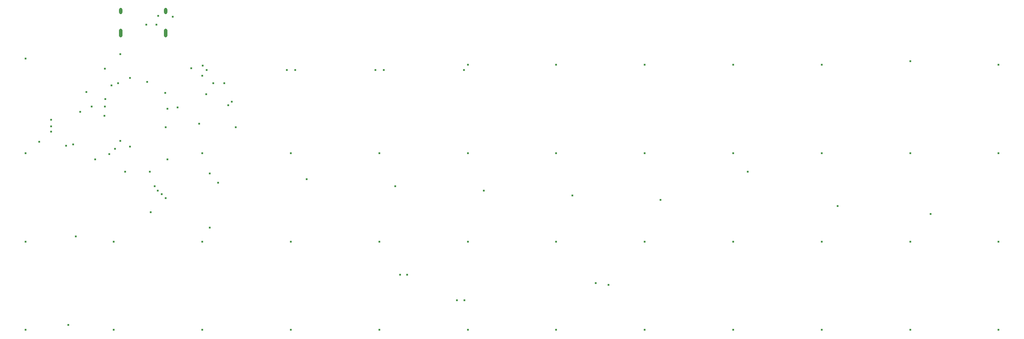
<source format=gbr>
%TF.GenerationSoftware,KiCad,Pcbnew,(6.0.4-0)*%
%TF.CreationDate,2023-09-21T22:36:32-05:00*%
%TF.ProjectId,dogema48_cfx,646f6765-6d61-4343-985f-6366782e6b69,rev?*%
%TF.SameCoordinates,Original*%
%TF.FileFunction,Plated,1,2,PTH,Mixed*%
%TF.FilePolarity,Positive*%
%FSLAX46Y46*%
G04 Gerber Fmt 4.6, Leading zero omitted, Abs format (unit mm)*
G04 Created by KiCad (PCBNEW (6.0.4-0)) date 2023-09-21 22:36:32*
%MOMM*%
%LPD*%
G01*
G04 APERTURE LIST*
%TA.AperFunction,ViaDrill*%
%ADD10C,0.400000*%
%TD*%
G04 aperture for slot hole*
%TA.AperFunction,ComponentDrill*%
%ADD11O,0.600000X1.200000*%
%TD*%
G04 aperture for slot hole*
%TA.AperFunction,ComponentDrill*%
%ADD12O,0.600000X1.700000*%
%TD*%
G04 APERTURE END LIST*
D10*
X88541625Y-43208313D03*
X88541625Y-60208305D03*
X88541625Y-77208297D03*
X88600000Y-25000000D03*
X91149961Y-41024385D03*
X93498972Y-38052997D03*
X93498972Y-39052500D03*
X93499956Y-36833316D03*
X96333288Y-41791647D03*
X96792101Y-76250444D03*
X97749954Y-41574981D03*
X98208767Y-59250452D03*
X99060000Y-35242500D03*
X100262268Y-31487670D03*
X101299500Y-34290000D03*
X101917500Y-44425479D03*
X103703597Y-36061495D03*
X103800000Y-27000000D03*
X103800000Y-34224500D03*
X103900000Y-32775500D03*
X104626176Y-43415420D03*
X105049454Y-30220001D03*
X105541617Y-60208305D03*
X105541617Y-77208297D03*
X105759679Y-42353691D03*
X106356406Y-29790789D03*
X106760000Y-24220000D03*
X106800000Y-40885500D03*
X107666616Y-46749978D03*
X108599945Y-28775500D03*
X108600000Y-42000000D03*
X111750000Y-18500000D03*
X111938982Y-29500000D03*
X112425408Y-46749978D03*
X112624947Y-54541641D03*
X113400000Y-49600000D03*
X113750000Y-18500000D03*
X113954424Y-50431636D03*
X114041613Y-16775500D03*
X114749946Y-51131136D03*
X115400000Y-31614500D03*
X115461122Y-51833443D03*
X115474446Y-38249982D03*
X115800000Y-44400000D03*
X115838365Y-34638365D03*
X116874945Y-16999992D03*
X117760089Y-34400000D03*
X120416610Y-26916654D03*
X121934486Y-37521348D03*
X122541609Y-28333320D03*
X122541609Y-43208313D03*
X122541609Y-60208305D03*
X122541609Y-77208297D03*
X122600000Y-26400000D03*
X123249942Y-31874985D03*
X123400000Y-27200000D03*
X123958275Y-47100980D03*
X123958275Y-57524651D03*
X124666608Y-29749986D03*
X125600000Y-48899500D03*
X126791607Y-29749986D03*
X127499940Y-33999984D03*
X128208273Y-33291651D03*
X128916606Y-38249982D03*
X138800000Y-27200000D03*
X139541601Y-43208313D03*
X139541601Y-60208305D03*
X139541601Y-77208297D03*
X140400000Y-27200000D03*
X142600000Y-48200000D03*
X155800000Y-27200000D03*
X156541593Y-43208313D03*
X156541593Y-60208305D03*
X156541593Y-77208297D03*
X157400000Y-27200000D03*
X159600000Y-49600000D03*
X160524946Y-66583302D03*
X161923946Y-66583302D03*
X171416586Y-71541633D03*
X172800000Y-27200000D03*
X172874000Y-71541633D03*
X173541585Y-26208321D03*
X173541585Y-43208313D03*
X173541585Y-60208305D03*
X173541585Y-77208297D03*
X176600000Y-50400000D03*
X190541577Y-26208321D03*
X190541577Y-43208313D03*
X190541577Y-60208305D03*
X190541577Y-77208297D03*
X193600000Y-51400000D03*
X198166776Y-68166432D03*
X200608041Y-68558499D03*
X207541569Y-26208321D03*
X207541569Y-43208313D03*
X207541569Y-60208305D03*
X207541569Y-77208297D03*
X210599897Y-52191646D03*
X224541561Y-26208321D03*
X224541561Y-43208313D03*
X224541561Y-60208305D03*
X224541561Y-77208297D03*
X227374893Y-46749978D03*
X241541553Y-26208321D03*
X241541553Y-43208313D03*
X241541553Y-60208305D03*
X241541553Y-77208297D03*
X244599881Y-53349971D03*
X258541545Y-25499988D03*
X258541545Y-43208313D03*
X258541545Y-60208305D03*
X258541545Y-77208297D03*
X262498421Y-54956852D03*
X275541537Y-26208321D03*
X275541537Y-43208313D03*
X275541537Y-60208305D03*
X275541537Y-77208297D03*
D11*
%TO.C,J1*%
X106888281Y-15924992D03*
D12*
X106888281Y-20104992D03*
D11*
X115528281Y-15924992D03*
D12*
X115528281Y-20104992D03*
M02*

</source>
